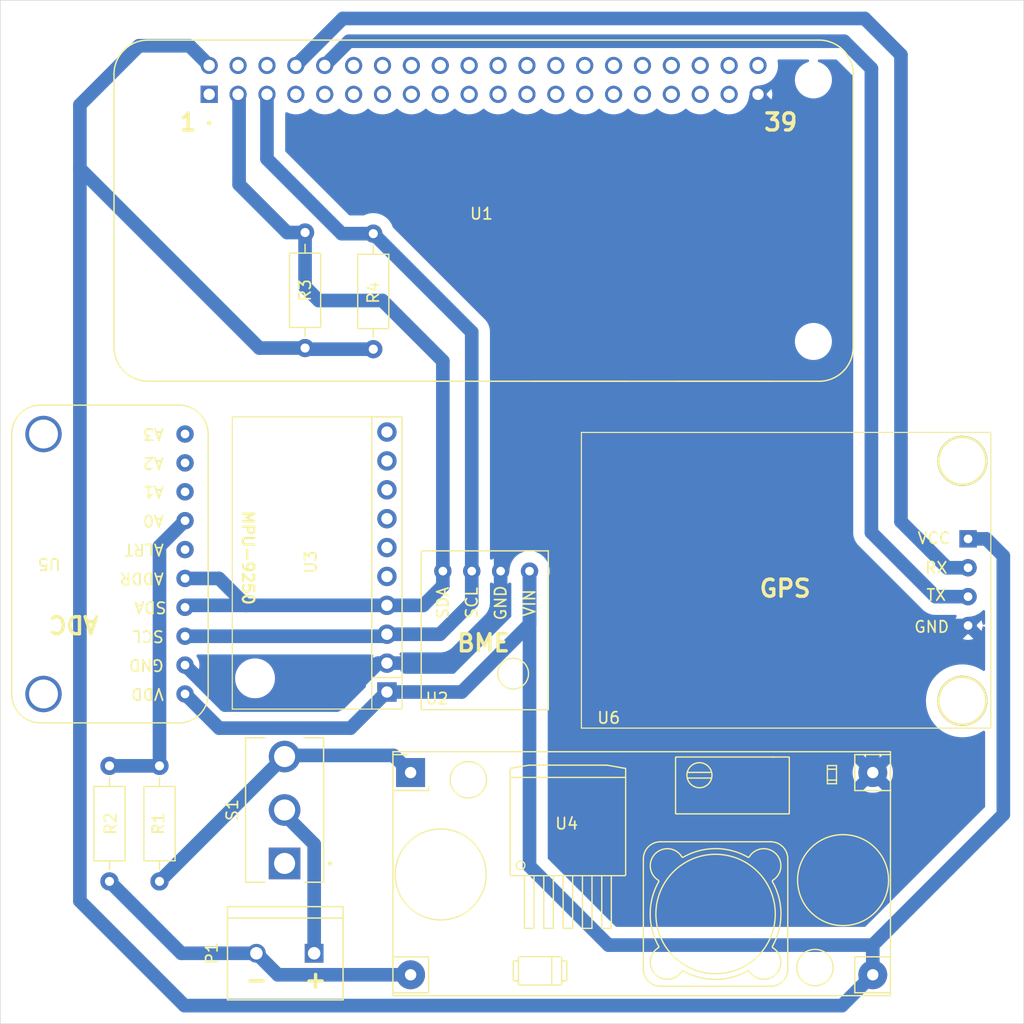
<source format=kicad_pcb>
(kicad_pcb (version 20240108) (generator "pcbnew") (generator_version "8.0")
  (layers (0 "F.Cu" signal) (31 "B.Cu" signal) (37 "F.SilkS" user "F.Silkscreen") (44 "Edge.Cuts" user))
  (net 0 "")
  (net 1 "Net-(P1-Pad1)")
  (net 2 "Net-(U4-IN-)")
  (net 3 "Net-(U4-IN+)")
  (net 4 "/ADC_IN")
  (net 5 "/SDA")
  (net 6 "+5V")
  (net 7 "/SCL")
  (net 30 "GND")
  (net 46 "/TXD0_GPIO14")
  (net 47 "/RXD0_GPIO15")
  (footprint "Resistor_THT:R_Axial_DIN0207_L6.3mm_D2.5mm_P10.16mm_Horizontal" (layer "F.Cu") (at 76.8 80.58 90)
    (property "Reference" "R3" (at 5.08 0 -90) (layer "F.SilkS"))
    (property "Value" "4.8k")
    (fp_line (start 8.35 -1.37) (end 1.81 -1.37) (stroke (width 0.12)) (layer "F.SilkS"))
    (fp_line (start 1.81 -1.37) (end 1.81 1.37) (stroke (width 0.12)) (layer "F.SilkS"))
    (fp_line (start 9.12 0) (end 8.35 0) (stroke (width 0.12)) (layer "F.SilkS"))
    (fp_line (start 1.04 0) (end 1.81 0) (stroke (width 0.12)) (layer "F.SilkS"))
    (fp_line (start 8.35 1.37) (end 8.35 -1.37) (stroke (width 0.12)) (layer "F.SilkS"))
    (fp_line (start 1.81 1.37) (end 8.35 1.37) (stroke (width 0.12)) (layer "F.SilkS"))
    (pad "1" thru_hole circle (at 0 0 90) (size 1.6 1.6) (drill 0.8) (layers "*.Cu" "*.Mask") (net 6 "+5V"))
    (pad "2" thru_hole oval (at 10.16 0 90) (size 1.6 1.6) (drill 0.8) (layers "*.Cu" "*.Mask") (net 5 "/SDA"))
  )
  (footprint "INTERRUPTOR:SW_100SP1T1B4M2QE" (layer "F.Cu") (at 75 121.2 180)
    (property "Reference" "S1" (at 4.6 0 -90) (layer "F.SilkS"))
    (property "Value" "100SP1T1B4M2QE")
    (fp_line (start 3.43 6.35) (end 1.71 6.35) (stroke (width 0.127)) (layer "F.SilkS"))
    (fp_line (start 3.43 -6.35) (end 3.43 6.35) (stroke (width 0.127)) (layer "F.SilkS"))
    (fp_line (start 3.43 -6.35) (end 1.71 -6.35) (stroke (width 0.127)) (layer "F.SilkS"))
    (fp_line (start -1.71 6.35) (end -3.43 6.35) (stroke (width 0.127)) (layer "F.SilkS"))
    (fp_line (start -1.71 -6.35) (end -3.43 -6.35) (stroke (width 0.127)) (layer "F.SilkS"))
    (fp_line (start -3.43 6.35) (end -3.43 -6.35) (stroke (width 0.127)) (layer "F.SilkS"))
    (fp_circle (center -4 -4.7) (end -3.9 -4.7) (stroke (width 0.2)) (fill none) (layer "F.SilkS"))
    (pad "1" thru_hole rect (at 0 -4.7 180) (size 2.775 2.775) (drill 1.85) (layers "*.Cu" "*.Mask"))
    (pad "2" thru_hole circle (at 0 0 180) (size 2.775 2.775) (drill 1.85) (layers "*.Cu" "*.Mask") (net 1 "Net-(P1-Pad1)"))
    (pad "3" thru_hole circle (at 0 4.7 180) (size 2.775 2.775) (drill 1.85) (layers "*.Cu" "*.Mask") (net 3 "Net-(U4-IN+)"))
  )
  (footprint "BORNE_KRE2:BORNE_KRE" (layer "F.Cu") (at 75.06 133.8 180)
    (property "Reference" "P1" (at 6.46 0 -90) (layer "F.SilkS") (effects (font (size 1.002039 1.002039))))
    (property "Value" "~")
    (fp_line (start 5.08 4.1) (end -5.08 4.1) (stroke (width 0.127)) (layer "F.SilkS"))
    (fp_line (start 5.08 3.1) (end 5.08 4.1) (stroke (width 0.127)) (layer "F.SilkS"))
    (fp_line (start 5.08 -4.1) (end 5.08 3.1) (stroke (width 0.127)) (layer "F.SilkS"))
    (fp_line (start -5.08 4.1) (end -5.08 3.1) (stroke (width 0.127)) (layer "F.SilkS"))
    (fp_line (start -5.08 3.1) (end 5.08 3.1) (stroke (width 0.127)) (layer "F.SilkS"))
    (fp_line (start -5.08 3.1) (end -5.08 -4.1) (stroke (width 0.127)) (layer "F.SilkS"))
    (fp_line (start -5.08 -4.1) (end 5.08 -4.1) (stroke (width 0.127)) (layer "F.SilkS"))
    (pad "1" thru_hole rect (at -2.54 0 180) (size 1.65 1.65) (drill 1.1) (layers "*.Cu" "*.Mask") (net 1 "Net-(P1-Pad1)"))
    (pad "2" thru_hole circle (at 2.54 0 180) (size 1.65 1.65) (drill 1.1) (layers "*.Cu" "*.Mask") (net 2 "Net-(U4-IN-)"))
  )
  (footprint "GPS_GY-NEO6M:GY-NEO6MV2" (layer "F.Cu") (at 137.1 112.9)
    (property "Reference" "U6" (at -33.6 0.2 0) (layer "F.SilkS"))
    (property "Value" "~")
    (fp_line (start -36 -24.9) (end -36 1.1) (stroke (width 0.1)) (layer "F.SilkS"))
    (fp_line (start -36 -24.9) (end 0 -24.9) (stroke (width 0.1)) (layer "F.SilkS"))
    (fp_line (start 0 -24.9) (end 0 1.1) (stroke (width 0.1)) (layer "F.SilkS"))
    (fp_line (start 0 1.1) (end -36 1.1) (stroke (width 0.1)) (layer "F.SilkS"))
    (fp_text user "RX" (at -4.8 -13 0) (layer "F.SilkS"))
    (fp_text user "GND" (at -5.2 -7.8 0) (layer "F.SilkS"))
    (fp_text user "VCC" (at -5 -15.6 0) (layer "F.SilkS"))
    (fp_text user "TX" (at -4.8 -10.6 0) (layer "F.SilkS"))
    (pad "" np_thru_hole circle (at -2.5 -22.4) (size 4.4 4.4) (drill 4) (layers "*.Cu" "*.Mask" "F.SilkS"))
    (pad "" np_thru_hole circle (at -2.5 -1.3) (size 4.4 4.4) (drill 4) (layers "*.Cu" "*.Mask" "F.SilkS"))
    (pad "1" thru_hole rect (at -2 -15.54) (size 1.524 1.524) (drill 0.762) (layers "*.Cu" "*.Mask") (net 6 "+5V"))
    (pad "2" thru_hole circle (at -2 -13) (size 1.524 1.524) (drill 0.762) (layers "*.Cu" "*.Mask") (net 46 "/TXD0_GPIO14"))
    (pad "3" thru_hole circle (at -2 -10.46) (size 1.524 1.524) (drill 0.762) (layers "*.Cu" "*.Mask") (net 47 "/RXD0_GPIO15"))
    (pad "4" thru_hole circle (at -2 -7.92) (size 1.524 1.524) (drill 0.762) (layers "*.Cu" "*.Mask") (net 30 "GND"))
  )
  (footprint "MPU9250:MPU9250" (layer "F.Cu") (at 84 110.825 180)
    (property "Reference" "U3" (at 6.7 11.425 -90) (layer "F.SilkS"))
    (property "Value" "~")
    (fp_line (start 13.6 -1.5) (end 13.6 24.145) (stroke (width 0.1)) (layer "F.SilkS"))
    (fp_line (start 1.33 24.19) (end 13.6 24.19) (stroke (width 0.1)) (layer "F.SilkS"))
    (fp_line (start 1.33 1.27) (end 1.33 24.19) (stroke (width 0.12)) (layer "F.SilkS"))
    (fp_line (start 1.33 1.27) (end 1.33 -1.5) (stroke (width 0.1)) (layer "F.SilkS"))
    (fp_line (start 1.33 -1.5) (end 13.6 -1.5) (stroke (width 0.1)) (layer "F.SilkS"))
    (fp_line (start -1.33 24.19) (end 1.33 24.19) (stroke (width 0.12)) (layer "F.SilkS"))
    (fp_line (start -1.33 1.27) (end 1.33 1.27) (stroke (width 0.12)) (layer "F.SilkS"))
    (fp_line (start -1.33 1.27) (end -1.33 24.19) (stroke (width 0.12)) (layer "F.SilkS"))
    (fp_line (start -1.33 1.27) (end -1.33 -1.5) (stroke (width 0.1)) (layer "F.SilkS"))
    (fp_line (start -1.33 -1.5) (end 1.33 -1.5) (stroke (width 0.1)) (layer "F.SilkS"))
    (fp_text user "MPU-9250" (at 12.8 11.8 -90) (layer "F.SilkS") (effects (font (thickness 0.2) (bold yes)) (justify bottom)))
    (pad "" np_thru_hole circle (at 11.5 21.8 180) (size 1 1) (drill 3) (layers "F&B.Cu" "*.Mask"))
    (pad "" np_thru_hole circle (at 11.6 1.2 180) (size 1 1) (drill 3) (layers "F&B.Cu" "*.Mask"))
    (pad "1" thru_hole rect (at 0 0 180) (size 1.7 1.7) (drill 1) (layers "*.Cu" "*.Mask") (net 6 "+5V"))
    (pad "2" thru_hole oval (at 0 2.54 180) (size 1.7 1.7) (drill 1) (layers "*.Cu" "*.Mask") (net 30 "GND"))
    (pad "3" thru_hole oval (at 0 5.08 180) (size 1.7 1.7) (drill 1) (layers "*.Cu" "*.Mask") (net 7 "/SCL"))
    (pad "4" thru_hole oval (at 0 7.62 180) (size 1.7 1.7) (drill 1) (layers "*.Cu" "*.Mask") (net 5 "/SDA"))
    (pad "5" thru_hole oval (at 0 10.16 180) (size 1.7 1.7) (drill 1) (layers "*.Cu" "*.Mask"))
    (pad "6" thru_hole oval (at 0 12.7 180) (size 1.7 1.7) (drill 1) (layers "*.Cu" "*.Mask"))
    (pad "7" thru_hole oval (at 0 15.24 180) (size 1.7 1.7) (drill 1) (layers "*.Cu" "*.Mask"))
    (pad "8" thru_hole oval (at 0 17.78 180) (size 1.7 1.7) (drill 1) (layers "*.Cu" "*.Mask"))
    (pad "9" thru_hole oval (at 0 20.32 180) (size 1.7 1.7) (drill 1) (layers "*.Cu" "*.Mask"))
    (pad "10" thru_hole oval (at 0 22.86 180) (size 1.7 1.7) (drill 1) (layers "*.Cu" "*.Mask"))
  )
  (footprint "Resistor_THT:R_Axial_DIN0207_L6.3mm_D2.5mm_P10.16mm_Horizontal" (layer "F.Cu") (at 64 127.48 90)
    (property "Reference" "R1" (at 5.08 -0.1 -90) (layer "F.SilkS"))
    (property "Value" "10k")
    (fp_line (start 8.35 -1.37) (end 1.81 -1.37) (stroke (width 0.12)) (layer "F.SilkS"))
    (fp_line (start 1.81 -1.37) (end 1.81 1.37) (stroke (width 0.12)) (layer "F.SilkS"))
    (fp_line (start 9.12 0) (end 8.35 0) (stroke (width 0.12)) (layer "F.SilkS"))
    (fp_line (start 1.04 0) (end 1.81 0) (stroke (width 0.12)) (layer "F.SilkS"))
    (fp_line (start 8.35 1.37) (end 8.35 -1.37) (stroke (width 0.12)) (layer "F.SilkS"))
    (fp_line (start 1.81 1.37) (end 8.35 1.37) (stroke (width 0.12)) (layer "F.SilkS"))
    (pad "1" thru_hole circle (at 0 0 90) (size 1.6 1.6) (drill 0.8) (layers "*.Cu" "*.Mask") (net 3 "Net-(U4-IN+)"))
    (pad "2" thru_hole oval (at 10.16 0 90) (size 1.6 1.6) (drill 0.8) (layers "*.Cu" "*.Mask") (net 4 "/ADC_IN"))
  )
  (footprint "Resistor_THT:R_Axial_DIN0207_L6.3mm_D2.5mm_P10.16mm_Horizontal" (layer "F.Cu") (at 82.8 80.68 90)
    (property "Reference" "R4" (at 4.979 0 -90) (layer "F.SilkS"))
    (property "Value" "4.8k")
    (fp_line (start 8.35 -1.37) (end 1.81 -1.37) (stroke (width 0.12)) (layer "F.SilkS"))
    (fp_line (start 1.81 -1.37) (end 1.81 1.37) (stroke (width 0.12)) (layer "F.SilkS"))
    (fp_line (start 9.12 0) (end 8.35 0) (stroke (width 0.12)) (layer "F.SilkS"))
    (fp_line (start 1.04 0) (end 1.81 0) (stroke (width 0.12)) (layer "F.SilkS"))
    (fp_line (start 8.35 1.37) (end 8.35 -1.37) (stroke (width 0.12)) (layer "F.SilkS"))
    (fp_line (start 1.81 1.37) (end 8.35 1.37) (stroke (width 0.12)) (layer "F.SilkS"))
    (pad "1" thru_hole circle (at 0 0 90) (size 1.6 1.6) (drill 0.8) (layers "*.Cu" "*.Mask") (net 6 "+5V"))
    (pad "2" thru_hole oval (at 10.16 0 90) (size 1.6 1.6) (drill 0.8) (layers "*.Cu" "*.Mask") (net 7 "/SCL"))
  )
  (footprint "ADS1115:Adafruit_ADS1115" (layer "F.Cu") (at 68.278 113.54 90)
    (property "Reference" "U5" (at 13.97 -13.97 180) (layer "F.SilkS"))
    (property "Value" "Adafruit_ADS1115")
    (fp_line (start 2.54 -17.272) (end 25.4 -17.272) (stroke (width 0.12)) (layer "F.SilkS"))
    (fp_line (start 27.94 -14.732) (end 27.94 -2.54) (stroke (width 0.12)) (layer "F.SilkS"))
    (fp_line (start 0 -2.54) (end 0 -14.732) (stroke (width 0.12)) (layer "F.SilkS"))
    (fp_line (start 2.54 0) (end 25.4 0) (stroke (width 0.12)) (layer "F.SilkS"))
    (fp_arc (start 25.4 -17.272) (mid 27.196051 -16.528051) (end 27.94 -14.732) (stroke (width 0.12)) (layer "F.SilkS"))
    (fp_arc (start 0 -14.732) (mid 0.743949 -16.528051) (end 2.54 -17.272) (stroke (width 0.12)) (layer "F.SilkS"))
    (fp_arc (start 27.94 -2.54) (mid 27.196051 -0.743949) (end 25.4 0) (stroke (width 0.12)) (layer "F.SilkS"))
    (fp_arc (start 2.54 0) (mid 0.743949 -0.743949) (end 0 -2.54) (stroke (width 0.12)) (layer "F.SilkS"))
    (fp_text user "ADDR" (at 12.7 -3.81 180) (layer "F.SilkS") (effects (justify left)))
    (fp_text user "A1" (at 20.32 -3.81 180) (layer "F.SilkS") (effects (justify left)))
    (fp_text user "VDD" (at 2.54 -3.81 180) (layer "F.SilkS") (effects (justify left)))
    (fp_text user "ALRT" (at 15.24 -3.81 180) (layer "F.SilkS") (effects (justify left)))
    (fp_text user "A0" (at 17.78 -3.81 180) (layer "F.SilkS") (effects (justify left)))
    (fp_text user "GND" (at 5.08 -3.81 180) (layer "F.SilkS") (effects (justify left)))
    (fp_text user "SCL" (at 7.62 -3.81 180) (layer "F.SilkS") (effects (justify left)))
    (fp_text user "SDA" (at 10.16 -5.08 180) (layer "F.SilkS"))
    (fp_text user "A2" (at 22.86 -3.81 180) (layer "F.SilkS") (effects (justify left)))
    (fp_text user "A3" (at 25.4 -3.81 180) (layer "F.SilkS") (effects (justify left)))
    (pad "1" thru_hole circle (at 2.54 -2.032 90) (size 1.524 1.524) (drill 0.762) (layers "*.Cu" "*.Mask") (net 6 "+5V"))
    (pad "2" thru_hole circle (at 5.08 -2.032 90) (size 1.524 1.524) (drill 0.762) (layers "*.Cu" "*.Mask") (net 30 "GND"))
    (pad "3" thru_hole circle (at 7.62 -2.032 90) (size 1.524 1.524) (drill 0.762) (layers "*.Cu" "*.Mask") (net 7 "/SCL"))
    (pad "4" thru_hole circle (at 10.16 -2.032 90) (size 1.524 1.524) (drill 0.762) (layers "*.Cu" "*.Mask") (net 5 "/SDA"))
    (pad "5" thru_hole circle (at 12.7 -2.032 90) (size 1.524 1.524) (drill 0.762) (layers "*.Cu" "*.Mask") (net 5 "/SDA"))
    (pad "6" thru_hole circle (at 15.24 -2.032 90) (size 1.524 1.524) (drill 0.762) (layers "*.Cu" "*.Mask"))
    (pad "7" thru_hole circle (at 17.78 -2.032 90) (size 1.524 1.524) (drill 0.762) (layers "*.Cu" "*.Mask") (net 4 "/ADC_IN"))
    (pad "8" thru_hole circle (at 20.32 -2.032 90) (size 1.524 1.524) (drill 0.762) (layers "*.Cu" "*.Mask"))
    (pad "9" thru_hole circle (at 22.86 -2.032 90) (size 1.524 1.524) (drill 0.762) (layers "*.Cu" "*.Mask"))
    (pad "10" thru_hole circle (at 25.4 -2.032 90) (size 1.524 1.524) (drill 0.762) (layers "*.Cu" "*.Mask"))
    (pad "11" thru_hole circle (at 2.54 -14.478 90) (size 3.2 3.2) (drill 2.54) (layers "*.Cu" "*.Mask"))
    (pad "11" thru_hole circle (at 25.4 -14.478 90) (size 3.2 3.2) (drill 2.54) (layers "*.Cu" "*.Mask"))
  )
  (footprint "MountingHole:MountingHole_3.2mm_M3" (layer "F.Cu") (at 134 134)
    (property "Reference" "H4" (hide yes))
    (property "Value" "MountingHole")
    (pad "" np_thru_hole circle (at 0 0) (size 3.2 3.2) (drill 3.2) (layers "*.Cu" "*.Mask"))
  )
  (footprint "LM2596:YAAJ_DCDC_StepDown_LM2596" (layer "F.Cu") (at 86.08 117.91)
    (property "Reference" "U4" (at 13.72 4.49 0) (layer "F.SilkS"))
    (property "Value" "~")
    (fp_line (start -1.555 -1.835) (end -1.555 19.615) (stroke (width 0.12)) (layer "F.SilkS"))
    (fp_line (start -1.555 19.615) (end 42.195 19.615) (stroke (width 0.12)) (layer "F.SilkS"))
    (fp_line (start -1.55 -1.58) (end -0.25 -1.58) (stroke (width 0.12)) (layer "F.SilkS"))
    (fp_line (start -1.55 1.575) (end 1.58 1.58) (stroke (width 0.12)) (layer "F.SilkS"))
    (fp_line (start -1.55 16.2) (end 1.58 16.2) (stroke (width 0.12)) (layer "F.SilkS"))
    (fp_line (start -1.55 19.36) (end 1.58 19.36) (stroke (width 0.12)) (layer "F.SilkS"))
    (fp_line (start 1.58 1.27) (end 1.58 1.58) (stroke (width 0.12)) (layer "F.SilkS"))
    (fp_line (start 1.58 16.2) (end 1.58 19.36) (stroke (width 0.12)) (layer "F.SilkS"))
    (fp_line (start 8.749233 1.004149) (end 8.749233 1.165687) (stroke (width 0.12)) (layer "F.SilkS"))
    (fp_line (start 8.750233 -0.36239) (end 10.400233 -0.653329) (stroke (width 0.12)) (layer "F.SilkS"))
    (fp_line (start 8.750233 8.989106) (end 8.750233 -0.36239) (stroke (width 0.12)) (layer "F.SilkS"))
    (fp_line (start 8.750233 8.989106) (end 8.827797 9.06667) (stroke (width 0.12)) (layer "F.SilkS"))
    (fp_line (start 8.827797 9.06667) (end 18.83267 9.06667) (stroke (width 0.12)) (layer "F.SilkS"))
    (fp_line (start 9.031636 16.558217) (end 9.481636 16.558217) (stroke (width 0.12)) (layer "F.SilkS"))
    (fp_line (start 9.031636 18.308217) (end 9.031636 16.558217) (stroke (width 0.12)) (layer "F.SilkS"))
    (fp_line (start 9.481636 18.308217) (end 9.031636 18.308217) (stroke (width 0.12)) (layer "F.SilkS"))
    (fp_line (start 9.481636 18.583217) (end 9.481636 16.283217) (stroke (width 0.12)) (layer "F.SilkS"))
    (fp_line (start 9.581636 16.183217) (end 13.181636 16.183217) (stroke (width 0.12)) (layer "F.SilkS"))
    (fp_line (start 10.010233 13.69667) (end 10.010233 9.06667) (stroke (width 0.12)) (layer "F.SilkS"))
    (fp_line (start 10.010233 13.69667) (end 10.850233 13.69667) (stroke (width 0.12)) (layer "F.SilkS"))
    (fp_line (start 10.400233 -0.653329) (end 17.260233 -0.653329) (stroke (width 0.12)) (layer "F.SilkS"))
    (fp_line (start 10.850233 13.69667) (end 10.850233 9.06667) (stroke (width 0.12)) (layer "F.SilkS"))
    (fp_line (start 11.710233 13.69667) (end 11.710233 9.06667) (stroke (width 0.12)) (layer "F.SilkS"))
    (fp_line (start 11.710233 13.69667) (end 12.550233 13.69667) (stroke (width 0.12)) (layer "F.SilkS"))
    (fp_line (start 12.411358 16.283217) (end 12.411358 18.583217) (stroke (width 0.12)) (layer "F.SilkS"))
    (fp_line (start 12.550233 13.69667) (end 12.550233 9.06667) (stroke (width 0.12)) (layer "F.SilkS"))
    (fp_line (start 13.181636 18.683217) (end 9.581636 18.683217) (stroke (width 0.12)) (layer "F.SilkS"))
    (fp_line (start 13.281636 16.283217) (end 13.281636 18.583217) (stroke (width 0.12)) (layer "F.SilkS"))
    (fp_line (start 13.281636 16.558217) (end 13.731636 16.558217) (stroke (width 0.12)) (layer "F.SilkS"))
    (fp_line (start 13.282636 16.794696) (end 13.282636 16.700144) (stroke (width 0.12)) (layer "F.SilkS"))
    (fp_line (start 13.410233 13.69667) (end 13.410233 9.06667) (stroke (width 0.12)) (layer "F.SilkS"))
    (fp_line (start 13.410233 13.69667) (end 14.250233 13.69667) (stroke (width 0.12)) (layer "F.SilkS"))
    (fp_line (start 13.731636 16.558217) (end 13.731636 18.308217) (stroke (width 0.12)) (layer "F.SilkS"))
    (fp_line (start 13.731636 18.308217) (end 13.281636 18.308217) (stroke (width 0.12)) (layer "F.SilkS"))
    (fp_line (start 14.250233 13.69667) (end 14.250233 9.06667) (stroke (width 0.12)) (layer "F.SilkS"))
    (fp_line (start 15.110233 13.69667) (end 15.110233 9.06667) (stroke (width 0.12)) (layer "F.SilkS"))
    (fp_line (start 15.110233 13.69667) (end 15.950233 13.69667) (stroke (width 0.12)) (layer "F.SilkS"))
    (fp_line (start 15.950233 13.69667) (end 15.950233 9.06667) (stroke (width 0.12)) (layer "F.SilkS"))
    (fp_line (start 16.810233 13.69667) (end 16.810233 9.06667) (stroke (width 0.12)) (layer "F.SilkS"))
    (fp_line (start 16.810233 13.69667) (end 17.650233 13.69667) (stroke (width 0.12)) (layer "F.SilkS"))
    (fp_line (start 17.260233 -0.653329) (end 18.910233 -0.36239) (stroke (width 0.12)) (layer "F.SilkS"))
    (fp_line (start 17.650233 13.69667) (end 17.650233 9.06667) (stroke (width 0.12)) (layer "F.SilkS"))
    (fp_line (start 18.83267 9.06667) (end 18.910233 8.989106) (stroke (width 0.12)) (layer "F.SilkS"))
    (fp_line (start 18.910233 0.42667) (end 8.750233 0.42667) (stroke (width 0.12)) (layer "F.SilkS"))
    (fp_line (start 18.910233 8.989106) (end 18.910233 -0.36239) (stroke (width 0.12)) (layer "F.SilkS"))
    (fp_line (start 20.467397 7.585796) (end 20.467397 17.285796) (stroke (width 0.12)) (layer "F.SilkS"))
    (fp_line (start 21.967397 18.785796) (end 31.667397 18.785796) (stroke (width 0.12)) (layer "F.SilkS"))
    (fp_line (start 23.299783 3.582294) (end 23.299783 -1.317705) (stroke (width 0.12)) (layer "F.SilkS"))
    (fp_line (start 23.349783 -1.367705) (end 33.249783 -1.367705) (stroke (width 0.12)) (layer "F.SilkS"))
    (fp_line (start 24.336385 -0.0491) (end 24.360553 -0.017705) (stroke (width 0.12)) (layer "F.SilkS"))
    (fp_line (start 24.348594 0.007294) (end 24.324147 0.002062) (stroke (width 0.12)) (layer "F.SilkS"))
    (fp_line (start 24.348594 0.007294) (end 24.355764 -0.023925) (stroke (width 0.12)) (layer "F.SilkS"))
    (fp_line (start 24.348594 0.007294) (end 24.360553 -0.017705) (stroke (width 0.12)) (layer "F.SilkS"))
    (fp_line (start 24.360553 0.482294) (end 26.439014 0.482294) (stroke (width 0.12)) (layer "F.SilkS"))
    (fp_line (start 26.439014 -0.017705) (end 24.360553 -0.017705) (stroke (width 0.12)) (layer "F.SilkS"))
    (fp_line (start 31.667397 6.085796) (end 21.967397 6.085796) (stroke (width 0.12)) (layer "F.SilkS"))
    (fp_line (start 31.858978 -1.368705) (end 31.814106 -1.368705) (stroke (width 0.12)) (layer "F.SilkS"))
    (fp_line (start 31.942312 -1.368705) (end 31.908357 -1.368705) (stroke (width 0.12)) (layer "F.SilkS"))
    (fp_line (start 33.167397 17.285796) (end 33.167397 7.585796) (stroke (width 0.12)) (layer "F.SilkS"))
    (fp_line (start 33.249783 3.632294) (end 23.349783 3.632294) (stroke (width 0.12)) (layer "F.SilkS"))
    (fp_line (start 33.299783 -1.317705) (end 33.299783 3.582294) (stroke (width 0.12)) (layer "F.SilkS"))
    (fp_line (start 36.648681 -0.299704) (end 37.448681 -0.299704) (stroke (width 0.12)) (layer "F.SilkS"))
    (fp_line (start 36.648681 0.980295) (end 36.648681 -0.619704) (stroke (width 0.12)) (layer "F.SilkS"))
    (fp_line (start 37.448681 -0.619704) (end 36.648681 -0.619704) (stroke (width 0.12)) (layer "F.SilkS"))
    (fp_line (start 37.448681 -0.619704) (end 37.448681 0.980295) (stroke (width 0.12)) (layer "F.SilkS"))
    (fp_line (start 37.448681 0.660295) (end 36.648681 0.660295) (stroke (width 0.12)) (layer "F.SilkS"))
    (fp_line (start 37.448681 0.980295) (end 36.648681 0.980295) (stroke (width 0.12)) (layer "F.SilkS"))
    (fp_line (start 39.06 -1.58) (end 42.175 -1.58) (stroke (width 0.12)) (layer "F.SilkS"))
    (fp_line (start 39.06 1.58) (end 39.06 -1.58) (stroke (width 0.12)) (layer "F.SilkS"))
    (fp_line (start 39.06 1.58) (end 42.22 1.58) (stroke (width 0.12)) (layer "F.SilkS"))
    (fp_line (start 39.06 16.2) (end 42.175 16.2) (stroke (width 0.12)) (layer "F.SilkS"))
    (fp_line (start 39.06 19.36) (end 39.06 16.2) (stroke (width 0.12)) (layer "F.SilkS"))
    (fp_line (start 39.06 19.36) (end 42.175 19.36) (stroke (width 0.12)) (layer "F.SilkS"))
    (fp_line (start 42.195 -1.835) (end -1.555 -1.835) (stroke (width 0.12)) (layer "F.SilkS"))
    (fp_line (start 42.195 19.615) (end 42.195 -1.835) (stroke (width 0.12)) (layer "F.SilkS"))
    (fp_arc (start 9.481636 16.283217) (mid 9.510921 16.212508) (end 9.581636 16.183217) (stroke (width 0.12)) (layer "F.SilkS"))
    (fp_arc (start 9.581636 18.683217) (mid 9.510896 18.653941) (end 9.481636 18.583217) (stroke (width 0.12)) (layer "F.SilkS"))
    (fp_arc (start 13.181636 16.183217) (mid 13.252317 16.21252) (end 13.281636 16.283217) (stroke (width 0.12)) (layer "F.SilkS"))
    (fp_arc (start 13.281636 18.583217) (mid 13.252343 18.653929) (end 13.181636 18.683217) (stroke (width 0.12)) (layer "F.SilkS"))
    (fp_arc (start 20.467397 7.585796) (mid 20.906738 6.525137) (end 21.967397 6.085796) (stroke (width 0.12)) (layer "F.SilkS"))
    (fp_arc (start 21.781131 9.46601) (mid 21.825179 9.52623) (end 21.815218 9.600183) (stroke (width 0.12)) (layer "F.SilkS"))
    (fp_arc (start 21.781132 9.466011) (mid 21.514101 7.132501) (end 23.847611 7.399531) (stroke (width 0.12)) (layer "F.SilkS"))
    (fp_arc (start 21.815217 15.271409) (mid 21.825126 15.345337) (end 21.781132 15.405582) (stroke (width 0.12)) (layer "F.SilkS"))
    (fp_arc (start 21.815218 15.27141) (mid 21.067399 12.435797) (end 21.815218 9.600183) (stroke (width 0.12)) (layer "F.SilkS"))
    (fp_arc (start 21.967397 18.785796) (mid 20.90674 18.346455) (end 20.467397 17.285796) (stroke (width 0.12)) (layer "F.SilkS"))
    (fp_arc (start 23.299783 -1.317705) (mid 23.314428 -1.353063) (end 23.349783 -1.367705) (stroke (width 0.12)) (layer "F.SilkS"))
    (fp_arc (start 23.349783 3.632294) (mid 23.314441 3.617643) (end 23.299783 3.582294) (stroke (width 0.12)) (layer "F.SilkS"))
    (fp_arc (start 23.847611 17.472062) (mid 21.514153 17.739048) (end 21.781132 15.405582) (stroke (width 0.12)) (layer "F.SilkS"))
    (fp_arc (start 23.847611 17.472062) (mid 23.907831 17.428018) (end 23.981783 17.437976) (stroke (width 0.12)) (layer "F.SilkS"))
    (fp_arc (start 23.981783 7.433617) (mid 23.907854 7.443509) (end 23.847611 7.399531) (stroke (width 0.12)) (layer "F.SilkS"))
    (fp_arc (start 23.981784 7.433617) (mid 26.817398 6.685796) (end 29.653011 7.433617) (stroke (width 0.12)) (layer "F.SilkS"))
    (fp_arc (start 24.324148 0.462527) (mid 26.469639 -0.023582) (end 24.336385 0.51369) (stroke (width 0.12)) (layer "F.SilkS"))
    (fp_arc (start 29.653011 17.437976) (mid 26.817397 18.185797) (end 23.981783 17.437976) (stroke (width 0.12)) (layer "F.SilkS"))
    (fp_arc (start 29.653011 17.437976) (mid 29.726938 17.428069) (end 29.787183 17.472062) (stroke (width 0.12)) (layer "F.SilkS"))
    (fp_arc (start 29.787183 7.399531) (mid 29.726945 7.443551) (end 29.653011 7.433617) (stroke (width 0.12)) (layer "F.SilkS"))
    (fp_arc (start 29.787183 7.399531) (mid 32.120655 7.132547) (end 31.853662 9.466011) (stroke (width 0.12)) (layer "F.SilkS"))
    (fp_arc (start 31.667397 6.085796) (mid 32.728061 6.525135) (end 33.167397 7.585796) (stroke (width 0.12)) (layer "F.SilkS"))
    (fp_arc (start 31.819576 9.600183) (mid 32.567399 12.435797) (end 31.819576 15.27141) (stroke (width 0.12)) (layer "F.SilkS"))
    (fp_arc (start 31.819577 9.600184) (mid 31.809685 9.526255) (end 31.853662 9.466011) (stroke (width 0.12)) (layer "F.SilkS"))
    (fp_arc (start 31.853662 15.405582) (mid 32.120701 17.739101) (end 29.787183 17.472062) (stroke (width 0.12)) (layer "F.SilkS"))
    (fp_arc (start 31.853663 15.405583) (mid 31.809646 15.345344) (end 31.819576 15.27141) (stroke (width 0.12)) (layer "F.SilkS"))
    (fp_arc (start 33.167397 17.285796) (mid 32.728058 18.346458) (end 31.667397 18.785796) (stroke (width 0.12)) (layer "F.SilkS"))
    (fp_arc (start 33.249783 -1.367705) (mid 33.285151 -1.353067) (end 33.299783 -1.317705) (stroke (width 0.12)) (layer "F.SilkS"))
    (fp_arc (start 33.299783 3.582294) (mid 33.285139 3.617647) (end 33.249783 3.632294) (stroke (width 0.12)) (layer "F.SilkS"))
    (fp_circle (center 2.646666 8.957418) (end 6.646666 8.957418) (stroke (width 0.12)) (fill none) (layer "F.SilkS"))
    (fp_circle (center 5.08 0.635) (end 6.678999 0.635) (stroke (width 0.12)) (fill none) (layer "F.SilkS"))
    (fp_circle (center 9.673179 8.154594) (end 10.048179 8.154594) (stroke (width 0.12)) (fill none) (layer "F.SilkS"))
    (fp_circle (center 26.817397 12.435796) (end 32.067397 12.435796) (stroke (width 0.12)) (fill none) (layer "F.SilkS"))
    (fp_circle (center 35.56 17.145) (end 37.159 17.145) (stroke (width 0.12)) (fill none) (layer "F.SilkS"))
    (fp_circle (center 38.029307 9.455206) (end 42.029307 9.455206) (stroke (width 0.12)) (fill none) (layer "F.SilkS"))
    (pad "1" thru_hole rect (at 0 0) (size 2.54 2.54) (drill 1) (layers "*.Cu" "*.Mask") (net 3 "Net-(U4-IN+)"))
    (pad "2" thru_hole circle (at 0 17.78) (size 2.54 2.54) (drill 1) (layers "*.Cu" "*.Mask") (net 2 "Net-(U4-IN-)"))
    (pad "3" thru_hole circle (at 40.64 17.78) (size 2.54 2.54) (drill 1) (layers "*.Cu" "*.Mask") (net 6 "+5V"))
    (pad "4" thru_hole circle (at 40.64 0) (size 2.54 2.54) (drill 1) (layers "*.Cu" "*.Mask") (net 30 "GND"))
  )
  (footprint "Resistor_THT:R_Axial_DIN0207_L6.3mm_D2.5mm_P10.16mm_Horizontal" (layer "F.Cu") (at 59.6 117.32 -90)
    (property "Reference" "R2" (at 5.08 -0.1 90) (layer "F.SilkS"))
    (property "Value" "10k")
    (fp_line (start 1.81 1.37) (end 8.35 1.37) (stroke (width 0.12)) (layer "F.SilkS"))
    (fp_line (start 8.35 1.37) (end 8.35 -1.37) (stroke (width 0.12)) (layer "F.SilkS"))
    (fp_line (start 1.04 0) (end 1.81 0) (stroke (width 0.12)) (layer "F.SilkS"))
    (fp_line (start 9.12 0) (end 8.35 0) (stroke (width 0.12)) (layer "F.SilkS"))
    (fp_line (start 1.81 -1.37) (end 1.81 1.37) (stroke (width 0.12)) (layer "F.SilkS"))
    (fp_line (start 8.35 -1.37) (end 1.81 -1.37) (stroke (width 0.12)) (layer "F.SilkS"))
    (pad "1" thru_hole circle (at 0 0 270) (size 1.6 1.6) (drill 0.8) (layers "*.Cu" "*.Mask") (net 4 "/ADC_IN"))
    (pad "2" thru_hole oval (at 10.16 0 270) (size 1.6 1.6) (drill 0.8) (layers "*.Cu" "*.Mask") (net 2 "Net-(U4-IN-)"))
  )
  (footprint "MountingHole:MountingHole_3.2mm_M3" (layer "F.Cu") (at 56 134)
    (property "Reference" "H3" (hide yes))
    (property "Value" "MountingHole")
    (pad "" np_thru_hole circle (at 0 0) (size 3.2 3.2) (drill 3.2) (layers "*.Cu" "*.Mask"))
  )
  (footprint "MountingHole:MountingHole_3.2mm_M3" (layer "F.Cu") (at 134 56)
    (property "Reference" "H2" (hide yes))
    (property "Value" "MountingHole")
    (pad "" np_thru_hole circle (at 0 0) (size 3.2 3.2) (drill 3.2) (layers "*.Cu" "*.Mask"))
  )
  (footprint "MountingHole:MountingHole_3.2mm_M3" (layer "F.Cu") (at 56 56)
    (property "Reference" "H1" (hide yes))
    (property "Value" "MountingHole")
    (pad "" np_thru_hole circle (at 0 0) (size 3.2 3.2) (drill 3.2) (layers "*.Cu" "*.Mask"))
  )
  (footprint "BME280:BME280" (layer "F.Cu") (at 88.917 100.193 -90)
    (property "Reference" "U2" (at 11.207 0.517 180) (layer "F.SilkS"))
    (property "Value" "~")
    (fp_line (start -1.778 1.905) (end -1.778 -9.271) (stroke (width 0.12)) (layer "F.SilkS"))
    (fp_line (start 12.192 1.905) (end -1.778 1.905) (stroke (width 0.12)) (layer "F.SilkS"))
    (fp_line (start -1.778 -9.271) (end 12.192 -9.271) (stroke (width 0.12)) (layer "F.SilkS"))
    (fp_line (start 12.192 -9.271) (end 12.192 1.905) (stroke (width 0.12)) (layer "F.SilkS"))
    (fp_circle (center 9.017 -6.179309) (end 9.779 -5.060916) (stroke (width 0.12)) (fill none) (layer "F.SilkS"))
    (fp_text user "SDA" (at 2.794 0 90) (layer "F.SilkS"))
    (fp_text user "SCL" (at 2.794 -2.54 90) (layer "F.SilkS"))
    (fp_text user "VIN" (at 2.794 -7.62 90) (layer "F.SilkS"))
    (fp_text user "GND" (at 2.794 -5.08 90) (layer "F.SilkS"))
    (pad "1" thru_hole circle (at 0 -7.62 270) (size 1.524 1.524) (drill 0.762) (layers "*.Cu" "*.Mask") (net 6 "+5V"))
    (pad "2" thru_hole circle (at 0 -5.08 270) (size 1.524 1.524) (drill 0.762) (layers "*.Cu" "*.Mask") (net 30 "GND"))
    (pad "3" thru_hole circle (at 0 -2.54 270) (size 1.524 1.524) (drill 0.762) (layers "*.Cu" "*.Mask") (net 7 "/SCL"))
    (pad "4" thru_hole circle (at 0 0 270) (size 1.524 1.524) (drill 0.762) (layers "*.Cu" "*.Mask") (net 5 "/SDA"))
  )
  (footprint "ADA3708:ADA3708" (layer "F.Cu") (at 92.5 68.5)
    (property "Reference" "U1" (at -0.19 0.27 0) (layer "F.SilkS") (effects (font (size 1.00189 1.00189))))
    (property "Value" "MODULE_ADA3708")
    (fp_line (start -32.5 -12) (end -32.5 12) (stroke (width 0.127)) (layer "F.SilkS"))
    (fp_line (start -29.5 15) (end 29.5 15) (stroke (width 0.127)) (layer "F.SilkS"))
    (fp_line (start 4.4 15) (end 12.75 15) (stroke (width 0.127)) (layer "F.SilkS"))
    (fp_line (start 17 15) (end 25.35 15) (stroke (width 0.127)) (layer "F.SilkS"))
    (fp_line (start 29.5 -15) (end -29.5 -15) (stroke (width 0.127)) (layer "F.SilkS"))
    (fp_line (start 32.5 12) (end 32.5 -12) (stroke (width 0.127)) (layer "F.SilkS"))
    (fp_arc (start -32.5 -12) (mid -31.62132 -14.12132) (end -29.5 -15) (stroke (width 0.127)) (layer "F.SilkS"))
    (fp_arc (start -29.5 15) (mid -31.62132 14.12132) (end -32.5 12) (stroke (width 0.127)) (layer "F.SilkS"))
    (fp_arc (start 29.5 -15) (mid 31.62132 -14.12132) (end 32.5 -12) (stroke (width 0.127)) (layer "F.SilkS"))
    (fp_arc (start 32.5 12) (mid 31.62132 14.12132) (end 29.5 15) (stroke (width 0.127)) (layer "F.SilkS"))
    (fp_circle (center -24.13 -7.69) (end -24.03 -7.69) (stroke (width 0.2)) (fill none) (layer "F.SilkS"))
    (pad "" np_thru_hole circle (at -29 -11.5) (size 2.75 2.75) (drill 2.75) (layers "*.Cu" "*.Mask"))
    (pad "" np_thru_hole circle (at -29 11.5) (size 2.75 2.75) (drill 2.75) (layers "*.Cu" "*.Mask"))
    (pad "" np_thru_hole circle (at 29 -11.5) (size 2.75 2.75) (drill 2.75) (layers "*.Cu" "*.Mask"))
    (pad "" np_thru_hole circle (at 29 11.5) (size 2.75 2.75) (drill 2.75) (layers "*.Cu" "*.Mask"))
    (pad "1" thru_hole rect (at -24.13 -10.23) (size 1.508 1.508) (drill 1) (layers "*.Cu" "*.Mask"))
    (pad "2" thru_hole circle (at -24.13 -12.77) (size 1.508 1.508) (drill 1) (layers "*.Cu" "*.Mask") (net 6 "+5V"))
    (pad "3" thru_hole circle (at -21.59 -10.23) (size 1.508 1.508) (drill 1) (layers "*.Cu" "*.Mask") (net 5 "/SDA"))
    (pad "4" thru_hole circle (at -21.59 -12.77) (size 1.508 1.508) (drill 1) (layers "*.Cu" "*.Mask"))
    (pad "5" thru_hole circle (at -19.05 -10.23) (size 1.508 1.508) (drill 1) (layers "*.Cu" "*.Mask") (net 7 "/SCL"))
    (pad "6" thru_hole circle (at -19.05 -12.77) (size 1.508 1.508) (drill 1) (layers "*.Cu" "*.Mask"))
    (pad "7" thru_hole circle (at -16.51 -10.23) (size 1.508 1.508) (drill 1) (layers "*.Cu" "*.Mask"))
    (pad "8" thru_hole circle (at -16.51 -12.77) (size 1.508 1.508) (drill 1) (layers "*.Cu" "*.Mask") (net 46 "/TXD0_GPIO14"))
    (pad "9" thru_hole circle (at -13.97 -10.23) (size 1.508 1.508) (drill 1) (layers "*.Cu" "*.Mask"))
    (pad "10" thru_hole circle (at -13.97 -12.77) (size 1.508 1.508) (drill 1) (layers "*.Cu" "*.Mask") (net 47 "/RXD0_GPIO15"))
    (pad "11" thru_hole circle (at -11.43 -10.23) (size 1.508 1.508) (drill 1) (layers "*.Cu" "*.Mask"))
    (pad "12" thru_hole circle (at -11.43 -12.77) (size 1.508 1.508) (drill 1) (layers "*.Cu" "*.Mask"))
    (pad "13" thru_hole circle (at -8.89 -10.23) (size 1.508 1.508) (drill 1) (layers "*.Cu" "*.Mask"))
    (pad "14" thru_hole circle (at -8.89 -12.77) (size 1.508 1.508) (drill 1) (layers "*.Cu" "*.Mask"))
    (pad "15" thru_hole circle (at -6.35 -10.23) (size 1.508 1.508) (drill 1) (layers "*.Cu" "*.Mask"))
    (pad "16" thru_hole circle (at -6.35 -12.77) (size 1.508 1.508) (drill 1) (layers "*.Cu" "*.Mask"))
    (pad "17" thru_hole circle (at -3.81 -10.23) (size 1.508 1.508) (drill 1) (layers "*.Cu" "*.Mask"))
    (pad "18" thru_hole circle (at -3.81 -12.77) (size 1.508 1.508) (drill 1) (layers "*.Cu" "*.Mask"))
    (pad "19" thru_hole circle (at -1.27 -10.23) (size 1.508 1.508) (drill 1) (layers "*.Cu" "*.Mask"))
    (pad "20" thru_hole circle (at -1.27 -12.77) (size 1.508 1.508) (drill 1) (layers "*.Cu" "*.Mask"))
    (pad "21" thru_hole circle (at 1.27 -10.23) (size 1.508 1.508) (drill 1) (layers "*.Cu" "*.Mask"))
    (pad "22" thru_hole circle (at 1.27 -12.77) (size 1.508 1.508) (drill 1) (layers "*.Cu" "*.Mask"))
    (pad "23" thru_hole circle (at 3.81 -10.23) (size 1.508 1.508) (drill 1) (layers "*.Cu" "*.Mask"))
    (pad "24" thru_hole circle (at 3.81 -12.77) (size 1.508 1.508) (drill 1) (layers "*.Cu" "*.Mask"))
    (pad "25" thru_hole circle (at 6.35 -10.23) (size 1.508 1.508) (drill 1) (layers "*.Cu" "*.Mask"))
    (pad "26" thru_hole circle (at 6.35 -12.77) (size 1.508 1.508) (drill 1) (layers "*.Cu" "*.Mask"))
    (pad "27" thru_hole circle (at 8.89 -10.23) (size 1.508 1.508) (drill 1) (layers "*.Cu" "*.Mask"))
    (pad "28" thru_hole circle (at 8.89 -12.77) (size 1.508 1.508) (drill 1) (layers "*.Cu" "*.Mask"))
    (pad "29" thru_hole circle (at 11.43 -10.23) (size 1.508 1.508) (drill 1) (layers "*.Cu" "*.Mask"))
    (pad "30" thru_hole circle (at 11.43 -12.77) (size 1.508 1.508) (drill 1) (layers "*.Cu" "*.Mask"))
    (pad "31" thru_hole circle (at 13.97 -10.23) (size 1.508 1.508) (drill 1) (layers "*.Cu" "*.Mask"))
    (pad "32" thru_hole circle (at 13.97 -12.77) (size 1.508 1.508) (drill 1) (layers "*.Cu" "*.Mask"))
    (pad "33" thru_hole circle (at 16.51 -10.23) (size 1.508 1.508) (drill 1) (layers "*.Cu" "*.Mask"))
    (pad "34" thru_hole circle (at 16.51 -12.77) (size 1.508 1.508) (drill 1) (layers "*.Cu" "*.Mask"))
    (pad "35" thru_hole circle (at 19.05 -10.23) (size 1.508 1.508) (drill 1) (layers "*.Cu" "*.Mask"))
    (pad "36" thru_hole circle (at 19.05 -12.77) (size 1.508 1.508) (drill 1) (layers "*.Cu" "*.Mask"))
    (pad "37" thru_hole circle (at 21.59 -10.23) (size 1.508 1.508) (drill 1) (layers "*.Cu" "*.Mask"))
    (pad "38" thru_hole circle (at 21.59 -12.77) (size 1.508 1.508) (drill 1) (layers "*.Cu" "*.Mask"))
    (pad "39" thru_hole circle (at 24.13 -10.23) (size 1.508 1.508) (drill 1) (layers "*.Cu" "*.Mask") (net 30 "GND"))
    (pad "40" thru_hole circle (at 24.13 -12.77) (size 1.508 1.508) (drill 1) (layers "*.Cu" "*.Mask"))
  )
  (gr_line (start 140 140) (end 50 140) (stroke (width 0.05)) (layer "Edge.Cuts"))
  (gr_line (start 140 50) (end 140 140) (stroke (width 0.05)) (layer "Edge.Cuts"))
  (gr_line (start 50 50) (end 50 140) (stroke (width 0.05)) (layer "Edge.Cuts"))
  (gr_line (start 140 50) (end 50 50) (stroke (width 0.05)) (layer "Edge.Cuts"))
  (gr_text "GPS" (at 116.6 102.6 0) (layer "F.SilkS") (effects (font (size 1.5 1.5) (thickness 0.3) (bold yes)) (justify left bottom)))
  (gr_text "1" (at 65.6 61.6 0) (layer "F.SilkS") (effects (font (size 1.5 1.5) (thickness 0.3) (bold yes)) (justify left bottom)))
  (gr_text "-" (at 71.4 137 0) (layer "F.SilkS") (effects (font (size 1.5 1.5) (thickness 0.3) (bold yes)) (justify left bottom)))
  (gr_text "BME" (at 90 107.4 0) (layer "F.SilkS") (effects (font (size 1.5 1.5) (thickness 0.3) (bold yes)) (justify left bottom)))
  (gr_text "+" (at 76.6 137 0) (layer "F.SilkS") (effects (font (size 1.5 1.5) (thickness 0.3) (bold yes)) (justify left bottom)))
  (gr_text "39" (at 117 61.6 0) (layer "F.SilkS") (effects (font (size 1.5 1.5) (thickness 0.3) (bold yes)) (justify left bottom)))
  (gr_text "ADC" (at 58.8 104 180) (layer "F.SilkS") (effects (font (size 1.5 1.5) (thickness 0.3) (bold yes)) (justify left bottom)))
  (segment (start 77.6 124.2) (end 77.6 133.8) (width 1.2) (layer "B.Cu") (net 1))
  (segment (start 75 121.2) (end 75 121.6) (width 1.2) (layer "B.Cu") (net 1))
  (segment (start 75 121.6) (end 77.6 124.2) (width 1.2) (layer "B.Cu") (net 1))
  (segment (start 74.41 135.69) (end 72.52 133.8) (width 1.2) (layer "B.Cu") (net 2))
  (segment (start 65.92 133.8) (end 72.52 133.8) (width 1.2) (layer "B.Cu") (net 2))
  (segment (start 86.08 135.69) (end 74.41 135.69) (width 1.2) (layer "B.Cu") (net 2))
  (segment (start 59.6 127.48) (end 65.92 133.8) (width 1.2) (layer "B.Cu") (net 2))
  (segment (start 85.97 135.8) (end 86.08 135.69) (width 1.2) (layer "B.Cu") (net 2))
  (segment (start 84.57 116.4) (end 86.08 117.91) (width 1.2) (layer "B.Cu") (net 3))
  (segment (start 64 127.48) (end 75.08 116.4) (width 1.2) (layer "B.Cu") (net 3))
  (segment (start 75.08 116.4) (end 84.57 116.4) (width 1.2) (layer "B.Cu") (net 3))
  (segment (start 59.6 117.32) (end 64 117.32) (width 1.2) (layer "B.Cu") (net 4))
  (segment (start 64 98.006) (end 66.246 95.76) (width 1.2) (layer "B.Cu") (net 4))
  (segment (start 64 117.32) (end 64 98.006) (width 1.2) (layer "B.Cu") (net 4))
  (segment (start 71 58.36) (end 70.91 58.27) (width 1.2) (layer "B.Cu") (net 5))
  (segment (start 83.6 76.4) (end 78 76.4) (width 1.2) (layer "B.Cu") (net 5))
  (segment (start 69.235 100.84) (end 71.6 103.205) (width 1.2) (layer "B.Cu") (net 5))
  (segment (start 75.22 70.42) (end 71 66.2) (width 1.2) (layer "B.Cu") (net 5))
  (segment (start 78 76.4) (end 76.8 75.2) (width 1.2) (layer "B.Cu") (net 5))
  (segment (start 66.421 103.205) (end 66.246 103.38) (width 1.2) (layer "B.Cu") (net 5))
  (segment (start 76.8 75.2) (end 76.8 70.42) (width 1.2) (layer "B.Cu") (net 5))
  (segment (start 71.6 103.205) (end 66.421 103.205) (width 1.2) (layer "B.Cu") (net 5))
  (segment (start 88.917 81.717) (end 83.6 76.4) (width 1.2) (layer "B.Cu") (net 5))
  (segment (start 88.917 100.193) (end 88.917 81.717) (width 1.2) (layer "B.Cu") (net 5))
  (segment (start 87.195 103.205) (end 84 103.205) (width 1.2) (layer "B.Cu") (net 5))
  (segment (start 88.917 101.483) (end 87.195 103.205) (width 1.2) (layer "B.Cu") (net 5))
  (segment (start 76.8 70.42) (end 75.22 70.42) (width 1.2) (layer "B.Cu") (net 5))
  (segment (start 66.246 100.84) (end 69.235 100.84) (width 1.2) (layer "B.Cu") (net 5))
  (segment (start 88.917 100.193) (end 88.917 101.483) (width 1.2) (layer "B.Cu") (net 5))
  (segment (start 84 103.205) (end 71.6 103.205) (width 1.2) (layer "B.Cu") (net 5))
  (segment (start 71 66.2) (end 71 58.36) (width 1.2) (layer "B.Cu") (net 5))
  (segment (start 126.72 135.69) (end 126.72 133.08) (width 1.2) (layer "B.Cu") (net 6))
  (segment (start 90.575 110.825) (end 96.537 104.863) (width 1.2) (layer "B.Cu") (net 6))
  (segment (start 136.7 97.36) (end 135.1 97.36) (width 1.2) (layer "B.Cu") (net 6))
  (segment (start 76.9 80.68) (end 76.8 80.58) (width 1.2) (layer "B.Cu") (net 6))
  (segment (start 57 59.2) (end 62.2 54) (width 1.2) (layer "B.Cu") (net 6))
  (segment (start 82.8 80.68) (end 76.9 80.68) (width 1.2) (layer "B.Cu") (net 6))
  (segment (start 69.246 114) (end 80.8 114) (width 1.2) (layer "B.Cu") (net 6))
  (segment (start 96.537 126.137) (end 103.48 133.08) (width 1.2) (layer "B.Cu") (net 6))
  (segment (start 83.975 110.825) (end 84 110.825) (width 1.2) (layer "B.Cu") (net 6))
  (segment (start 96.537 100.193) (end 96.537 126.137) (width 1.2) (layer "B.Cu") (net 6))
  (segment (start 76.8 80.58) (end 72.78 80.58) (width 1.2) (layer "B.Cu") (net 6))
  (segment (start 103.48 133.08) (end 126.72 133.08) (width 1.2) (layer "B.Cu") (net 6))
  (segment (start 66.2 138.4) (end 57 129.2) (width 1.2) (layer "B.Cu") (net 6))
  (segment (start 66.246 111) (end 69.246 114) (width 1.2) (layer "B.Cu") (net 6))
  (segment (start 126.72 135.69) (end 124.01 138.4) (width 1.2) (layer "B.Cu") (net 6))
  (segment (start 66.64 54) (end 68.37 55.73) (width 1.2) (layer "B.Cu") (net 6))
  (segment (start 124.01 138.4) (end 66.2 138.4) (width 1.2) (layer "B.Cu") (net 6))
  (segment (start 126.72 133.08) (end 138.2 121.6) (width 1.2) (layer "B.Cu") (net 6))
  (segment (start 62.2 54) (end 66.64 54) (width 1.2) (layer "B.Cu") (net 6))
  (segment (start 72.78 80.58) (end 57 64.8) (width 1.2) (layer "B.Cu") (net 6))
  (segment (start 138.2 98.86) (end 136.7 97.36) (width 1.2) (layer "B.Cu") (net 6))
  (segment (start 57 64.8) (end 57 59.2) (width 1.2) (layer "B.Cu") (net 6))
  (segment (start 57 129.2) (end 57 64.8) (width 1.2) (layer "B.Cu") (net 6))
  (segment (start 80.8 114) (end 83.975 110.825) (width 1.2) (layer "B.Cu") (net 6))
  (segment (start 84 110.825) (end 90.575 110.825) (width 1.2) (layer "B.Cu") (net 6))
  (segment (start 96.537 104.863) (end 96.537 100.193) (width 1.2) (layer "B.Cu") (net 6))
  (segment (start 138.2 121.6) (end 138.2 98.86) (width 1.2) (layer "B.Cu") (net 6))
  (segment (start 91.457 79.177) (end 82.8 70.52) (width 1.2) (layer "B.Cu") (net 7))
  (segment (start 91.457 102.943) (end 91.457 100.193) (width 1.2) (layer "B.Cu") (net 7))
  (segment (start 88.655 105.745) (end 91.457 102.943) (width 1.2) (layer "B.Cu") (net 7))
  (segment (start 84 105.745) (end 88.655 105.745) (width 1.2) (layer "B.Cu") (net 7))
  (segment (start 73.45 63.95) (end 73.45 58.27) (width 1.2) (layer "B.Cu") (net 7))
  (segment (start 83.825 105.92) (end 84 105.745) (width 1.2) (layer "B.Cu") (net 7))
  (segment (start 80.02 70.52) (end 73.45 63.95) (width 1.2) (layer "B.Cu") (net 7))
  (segment (start 82.8 70.52) (end 80.02 70.52) (width 1.2) (layer "B.Cu") (net 7))
  (segment (start 66.246 105.92) (end 83.825 105.92) (width 1.2) (layer "B.Cu") (net 7))
  (segment (start 91.457 100.193) (end 91.457 79.177) (width 1.2) (layer "B.Cu") (net 7))
  (segment (start 135.1 104.98) (end 126.38 104.98) (width 1.2) (layer "B.Cu") (net 30))
  (segment (start 93.997 103.603) (end 93.997 100.193) (width 1.2) (layer "B.Cu") (net 30))
  (segment (start 117.2 95.8) (end 116.63 95.23) (width 1.2) (layer "B.Cu") (net 30))
  (segment (start 126.72 117.91) (end 126.72 105.32) (width 1.2) (layer "B.Cu") (net 30))
  (segment (start 126.38 104.98) (end 125.5 104.1) (width 1.2) (layer "B.Cu") (net 30))
  (segment (start 83.24 108.285) (end 84 108.285) (width 1.2) (layer "B.Cu") (net 30))
  (segment (start 93.997 97.603) (end 93.997 100.193) (width 1.2) (layer "B.Cu") (net 30))
  (segment (start 84 108.285) (end 89.315 108.285) (width 1.2) (layer "B.Cu") (net 30))
  (segment (start 116.63 95.23) (end 116.63 58.27) (width 1.2) (layer "B.Cu") (net 30))
  (segment (start 117.2 95.8) (end 95.8 95.8) (width 1.2) (layer "B.Cu") (net 30))
  (segment (start 125.5 104.1) (end 117.2 95.8) (width 1.2) (layer "B.Cu") (net 30))
  (segment (start 95.8 95.8) (end 93.997 97.603) (width 1.2) (layer "B.Cu") (net 30))
  (segment (start 66.246 108.46) (end 69.761 111.975) (width 1.2) (layer "B.Cu") (net 30))
  (segment (start 89.315 108.285) (end 93.997 103.603) (width 1.2) (layer "B.Cu") (net 30))
  (segment (start 79.55 111.975) (end 83.24 108.285) (width 1.2) (layer "B.Cu") (net 30))
  (segment (start 69.761 111.975) (end 79.55 111.975) (width 1.2) (layer "B.Cu") (net 30))
  (segment (start 126.72 105.32) (end 125.5 104.1) (width 1.2) (layer "B.Cu") (net 30))
  (segment (start 133.26 99.9) (end 135.1 99.9) (width 1.2) (layer "B.Cu") (net 46))
  (segment (start 126 51.6) (end 129.2 54.8) (width 1.2) (layer "B.Cu") (net 46))
  (segment (start 80.12 51.6) (end 126 51.6) (width 1.2) (layer "B.Cu") (net 46))
  (segment (start 75.99 55.73) (end 80.12 51.6) (width 1.2) (layer "B.Cu") (net 46))
  (segment (start 129.2 54.8) (end 129.2 95.84) (width 1.2) (layer "B.Cu") (net 46))
  (segment (start 129.2 95.84) (end 133.26 99.9) (width 1.2) (layer "B.Cu") (net 46))
  (segment (start 132.24 102.44) (end 135.1 102.44) (width 1.2) (layer "B.Cu") (net 47))
  (segment (start 80.66 53.6) (end 124.2 53.6) (width 1.2) (layer "B.Cu") (net 47))
  (segment (start 126.6 56) (end 126.6 96.8) (width 1.2) (layer "B.Cu") (net 47))
  (segment (start 124.2 53.6) (end 126.6 56) (width 1.2) (layer "B.Cu") (net 47))
  (segment (start 78.53 55.73) (end 80.66 53.6) (width 1.2) (layer "B.Cu") (net 47))
  (segment (start 126.6 96.8) (end 132.24 102.44) (width 1.2) (layer "B.Cu") (net 47))
  (zone (net 30) (net_name "GND") (layer "B.Cu") (connect_pads (clearance 1)) (min_thickness 0.25) (fill yes (thermal_gap 0.5) (thermal_bridge_width 1))
    (polygon (pts (xy 50 50) (xy 50 140) (xy 140 140) (xy 140 50)))
  )
)
</source>
